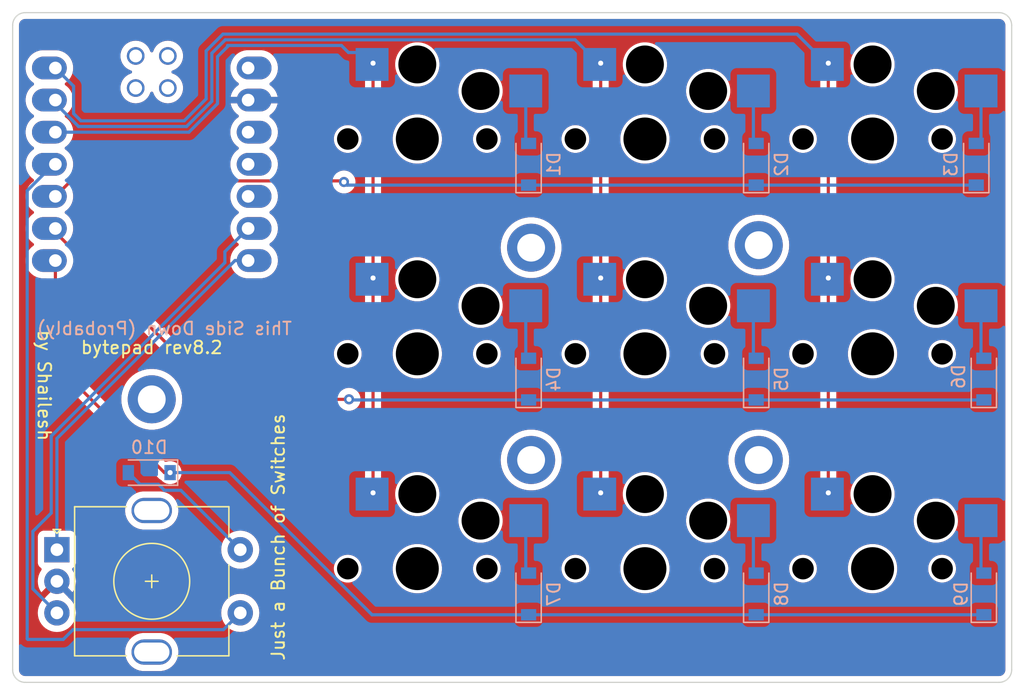
<source format=kicad_pcb>
(kicad_pcb (version 20240108) (generator "pcbnew") (generator_version "8.0")
  (title_block (title "bytepad") (date "2025-02-14") (rev "8.2") (company "hackpad?") (comment 1 "Shailesh"))
  (layers (0 "F.Cu" signal) (31 "B.Cu" signal) (34 "B.Paste" user) (35 "F.Paste" user) (36 "B.SilkS" user "B.Silkscreen") (37 "F.SilkS" user "F.Silkscreen") (38 "B.Mask" user) (39 "F.Mask" user) (44 "Edge.Cuts" user))
  (net 0 "")
  (net 1 "ROW1")
  (net 2 "Net-(D1-Pad2)")
  (net 3 "Net-(D2-Pad2)")
  (net 4 "Net-(D3-Pad2)")
  (net 5 "ROW2")
  (net 6 "Net-(D4-Pad2)")
  (net 7 "Net-(D5-Pad2)")
  (net 8 "Net-(D6-Pad2)")
  (net 9 "ROW3")
  (net 10 "Net-(D7-Pad2)")
  (net 11 "Net-(D8-Pad2)")
  (net 12 "Net-(D9-Pad2)")
  (net 13 "Net-(D10-Pad2)")
  (net 19 "ROT1A")
  (net 20 "ROT1B")
  (net 21 "GND")
  (net 22 "COL1")
  (net 23 "COL2")
  (net 24 "COL3")
  (net 25 "COL4")
  (footprint "kleeb-pg1350:pg1350-H" (layer "F.Cu") (at 80 66)
    (property "Reference" "SW4" (hide yes))
    (property "Value" "SW_Push")
    (pad "" np_thru_hole circle (at -5.5 0) (size 1.7 1.7) (drill 1.7) (layers "*.Mask"))
    (pad "" np_thru_hole circle (at 0 -5.9) (size 3 3) (drill 3) (layers "*.Mask"))
    (pad "" np_thru_hole circle (at 0 0) (size 3.4 3.4) (drill 3.4) (layers "*.Mask"))
    (pad "" np_thru_hole circle (at 5 -3.8) (size 3 3) (drill 3) (layers "*.Mask"))
    (pad "" np_thru_hole circle (at 5.5 0) (size 1.7 1.7) (drill 1.7) (layers "*.Mask"))
    (pad "1" smd rect (at -3.575 -5.9) (size 2.6 2.6) (layers "B.Cu" "B.Mask") (net 23 "COL2"))
    (pad "2" smd rect (at 8.575 -3.8) (size 2.6 2.6) (layers "B.Cu" "B.Mask") (net 6 "Net-(D4-Pad2)"))
  )
  (footprint "kleeb-pg1350:pg1350-H" (layer "F.Cu") (at 98 83)
    (property "Reference" "SW8" (hide yes))
    (property "Value" "SW_Push")
    (pad "" np_thru_hole circle (at -5.5 0) (size 1.7 1.7) (drill 1.7) (layers "*.Mask"))
    (pad "" np_thru_hole circle (at 0 -5.9) (size 3 3) (drill 3) (layers "*.Mask"))
    (pad "" np_thru_hole circle (at 0 0) (size 3.4 3.4) (drill 3.4) (layers "*.Mask"))
    (pad "" np_thru_hole circle (at 5 -3.8) (size 3 3) (drill 3) (layers "*.Mask"))
    (pad "" np_thru_hole circle (at 5.5 0) (size 1.7 1.7) (drill 1.7) (layers "*.Mask"))
    (pad "1" smd rect (at -3.575 -5.9) (size 2.6 2.6) (layers "B.Cu" "B.Mask") (net 24 "COL3"))
    (pad "2" smd rect (at 8.575 -3.8) (size 2.6 2.6) (layers "B.Cu" "B.Mask") (net 11 "Net-(D8-Pad2)"))
  )
  (footprint "kleeb-pg1350:pg1350-H" (layer "F.Cu") (at 116 66)
    (property "Reference" "SW6" (hide yes))
    (property "Value" "SW_Push")
    (pad "" np_thru_hole circle (at -5.5 0) (size 1.7 1.7) (drill 1.7) (layers "*.Mask"))
    (pad "" np_thru_hole circle (at 0 -5.9) (size 3 3) (drill 3) (layers "*.Mask"))
    (pad "" np_thru_hole circle (at 0 0) (size 3.4 3.4) (drill 3.4) (layers "*.Mask"))
    (pad "" np_thru_hole circle (at 5 -3.8) (size 3 3) (drill 3) (layers "*.Mask"))
    (pad "" np_thru_hole circle (at 5.5 0) (size 1.7 1.7) (drill 1.7) (layers "*.Mask"))
    (pad "1" smd rect (at -3.575 -5.9) (size 2.6 2.6) (layers "B.Cu" "B.Mask") (net 25 "COL4"))
    (pad "2" smd rect (at 8.575 -3.8) (size 2.6 2.6) (layers "B.Cu" "B.Mask") (net 8 "Net-(D6-Pad2)"))
  )
  (footprint "MountingHole:MountingHole_2.2mm_M2_DIN965_Pad" (layer "F.Cu") (at 107 74.4)
    (property "Reference" "H4" (hide yes))
    (property "Value" "MountingHole_Pad")
    (pad "1" thru_hole circle (at 0 0) (size 3.8 3.8) (drill 2.2) (layers "*.Cu" "*.Mask"))
  )
  (footprint "kleeb-pg1350:pg1350-H" (layer "F.Cu") (at 80 49)
    (property "Reference" "SW1" (hide yes))
    (property "Value" "SW_Push")
    (pad "" np_thru_hole circle (at -5.5 0) (size 1.7 1.7) (drill 1.7) (layers "*.Mask"))
    (pad "" np_thru_hole circle (at 0 -5.9) (size 3 3) (drill 3) (layers "*.Mask"))
    (pad "" np_thru_hole circle (at 0 0) (size 3.4 3.4) (drill 3.4) (layers "*.Mask"))
    (pad "" np_thru_hole circle (at 5 -3.8) (size 3 3) (drill 3) (layers "*.Mask"))
    (pad "" np_thru_hole circle (at 5.5 0) (size 1.7 1.7) (drill 1.7) (layers "*.Mask"))
    (pad "1" smd rect (at -3.575 -5.9) (size 2.6 2.6) (layers "B.Cu" "B.Mask") (net 23 "COL2"))
    (pad "2" smd rect (at 8.575 -3.8) (size 2.6 2.6) (layers "B.Cu" "B.Mask") (net 2 "Net-(D1-Pad2)"))
  )
  (footprint "kleeb-pg1350:pg1350-H" (layer "F.Cu") (at 80 83)
    (property "Reference" "SW7" (hide yes))
    (property "Value" "SW_Push")
    (pad "" np_thru_hole circle (at -5.5 0) (size 1.7 1.7) (drill 1.7) (layers "*.Mask"))
    (pad "" np_thru_hole circle (at 0 -5.9) (size 3 3) (drill 3) (layers "*.Mask"))
    (pad "" np_thru_hole circle (at 0 0) (size 3.4 3.4) (drill 3.4) (layers "*.Mask"))
    (pad "" np_thru_hole circle (at 5 -3.8) (size 3 3) (drill 3) (layers "*.Mask"))
    (pad "" np_thru_hole circle (at 5.5 0) (size 1.7 1.7) (drill 1.7) (layers "*.Mask"))
    (pad "1" smd rect (at -3.575 -5.9) (size 2.6 2.6) (layers "B.Cu" "B.Mask") (net 23 "COL2"))
    (pad "2" smd rect (at 8.575 -3.8) (size 2.6 2.6) (layers "B.Cu" "B.Mask") (net 10 "Net-(D7-Pad2)"))
  )
  (footprint "MountingHole:MountingHole_2.2mm_M2_DIN965_Pad" (layer "F.Cu") (at 89 57.6)
    (property "Reference" "H1" (hide yes))
    (property "Value" "MountingHole_Pad")
    (pad "1" thru_hole circle (at 0 0) (size 3.8 3.8) (drill 2.2) (layers "*.Cu" "*.Mask"))
  )
  (footprint "MountingHole:MountingHole_2.2mm_M2_DIN965_Pad" (layer "F.Cu") (at 59 69.6)
    (property "Reference" "H5" (hide yes))
    (property "Value" "01001101 01100001 01100011 01110010 01101111" (hide yes))
    (pad "1" thru_hole circle (at 0 0) (size 3.8 3.8) (drill 2.2) (layers "*.Cu" "*.Mask"))
  )
  (footprint "kleeb-mcu:xiao-tht" (layer "F.Cu") (at 59 51)
    (property "Reference" "U1" (hide yes))
    (property "Value" "xiao" (hide yes))
    (pad "1" thru_hole oval (at -7.62 -7.62) (size 2.75 1.8) (drill 1 (offset -0.475 0)) (layers "*.Cu" "*.Mask") (net 25 "COL4"))
    (pad "2" thru_hole oval (at -7.62 -5.08) (size 2.75 1.8) (drill 1 (offset -0.475 0)) (layers "*.Cu" "*.Mask") (net 24 "COL3"))
    (pad "3" thru_hole oval (at -7.62 -2.54) (size 2.75 1.8) (drill 1 (offset -0.475 0)) (layers "*.Cu" "*.Mask") (net 23 "COL2"))
    (pad "4" thru_hole oval (at -7.62 0) (size 2.75 1.8) (drill 1 (offset -0.475 0)) (layers "*.Cu" "*.Mask") (net 22 "COL1"))
    (pad "5" thru_hole oval (at -7.62 2.54) (size 2.75 1.8) (drill 1 (offset -0.475 0)) (layers "*.Cu" "*.Mask") (net 1 "ROW1"))
    (pad "6" thru_hole oval (at -7.62 5.08) (size 2.75 1.8) (drill 1 (offset -0.475 0)) (layers "*.Cu" "*.Mask") (net 5 "ROW2"))
    (pad "7" thru_hole oval (at -7.62 7.62) (size 2.75 1.8) (drill 1 (offset -0.475 0)) (layers "*.Cu" "*.Mask") (net 9 "ROW3"))
    (pad "8" thru_hole oval (at 7.62 7.62 180) (size 2.75 1.8) (drill 1 (offset -0.475 0)) (layers "*.Cu" "*.Mask") (net 19 "ROT1A"))
    (pad "9" thru_hole oval (at 7.62 5.08 180) (size 2.75 1.8) (drill 1 (offset -0.475 0)) (layers "*.Cu" "*.Mask") (net 20 "ROT1B"))
    (pad "10" thru_hole oval (at 7.62 2.54 180) (size 2.75 1.8) (drill 1 (offset -0.475 0)) (layers "*.Cu" "*.Mask"))
    (pad "11" thru_hole oval (at 7.62 0 180) (size 2.75 1.8) (drill 1 (offset -0.475 0)) (layers "*.Cu" "*.Mask"))
    (pad "12" thru_hole oval (at 7.62 -2.54 180) (size 2.75 1.8) (drill 1 (offset -0.475 0)) (layers "*.Cu" "*.Mask"))
    (pad "13" thru_hole oval (at 7.62 -5.08 180) (size 2.75 1.8) (drill 1 (offset -0.475 0)) (layers "*.Cu" "*.Mask") (net 21 "GND"))
    (pad "14" thru_hole oval (at 7.62 -7.62 180) (size 2.75 1.8) (drill 1 (offset -0.475 0)) (layers "*.Cu" "*.Mask"))
    (pad "15" thru_hole circle (at -1.27 -8.572 90) (size 1.397 1.397) (drill 1.016) (layers "*.Cu" "*.Mask"))
    (pad "16" thru_hole circle (at 1.27 -8.572 90) (size 1.397 1.397) (drill 1.016) (layers "*.Cu" "*.Mask"))
    (pad "17" thru_hole circle (at -1.27 -6.032 90) (size 1.397 1.397) (drill 1.016) (layers "*.Cu" "*.Mask"))
    (pad "18" thru_hole circle (at 1.27 -6.032 90) (size 1.397 1.397) (drill 1.016) (layers "*.Cu" "*.Mask"))
  )
  (footprint "MountingHole:MountingHole_2.2mm_M2_DIN965_Pad" (layer "F.Cu") (at 89 74.4)
    (property "Reference" "H3" (hide yes))
    (property "Value" "MountingHole_Pad")
    (pad "1" thru_hole circle (at 0 0) (size 3.8 3.8) (drill 2.2) (layers "*.Cu" "*.Mask"))
  )
  (footprint "kleeb-pg1350:pg1350-H" (layer "F.Cu") (at 98 66)
    (property "Reference" "SW5" (hide yes))
    (property "Value" "SW_Push")
    (pad "" np_thru_hole circle (at -5.5 0) (size 1.7 1.7) (drill 1.7) (layers "*.Mask"))
    (pad "" np_thru_hole circle (at 0 -5.9) (size 3 3) (drill 3) (layers "*.Mask"))
    (pad "" np_thru_hole circle (at 0 0) (size 3.4 3.4) (drill 3.4) (layers "*.Mask"))
    (pad "" np_thru_hole circle (at 5 -3.8) (size 3 3) (drill 3) (layers "*.Mask"))
    (pad "" np_thru_hole circle (at 5.5 0) (size 1.7 1.7) (drill 1.7) (layers "*.Mask"))
    (pad "1" smd rect (at -3.575 -5.9) (size 2.6 2.6) (layers "B.Cu" "B.Mask") (net 24 "COL3"))
    (pad "2" smd rect (at 8.575 -3.8) (size 2.6 2.6) (layers "B.Cu" "B.Mask") (net 7 "Net-(D5-Pad2)"))
  )
  (footprint "kleeb-pg1350:pg1350-H" (layer "F.Cu") (at 116 49)
    (property "Reference" "SW3" (hide yes))
    (property "Value" "SW_Push")
    (pad "" np_thru_hole circle (at -5.5 0) (size 1.7 1.7) (drill 1.7) (layers "*.Mask"))
    (pad "" np_thru_hole circle (at 0 -5.9) (size 3 3) (drill 3) (layers "*.Mask"))
    (pad "" np_thru_hole circle (at 0 0) (size 3.4 3.4) (drill 3.4) (layers "*.Mask"))
    (pad "" np_thru_hole circle (at 5 -3.8) (size 3 3) (drill 3) (layers "*.Mask"))
    (pad "" np_thru_hole circle (at 5.5 0) (size 1.7 1.7) (drill 1.7) (layers "*.Mask"))
    (pad "1" smd rect (at -3.575 -5.9) (size 2.6 2.6) (layers "B.Cu" "B.Mask") (net 25 "COL4"))
    (pad "2" smd rect (at 8.575 -3.8) (size 2.6 2.6) (layers "B.Cu" "B.Mask") (net 4 "Net-(D3-Pad2)"))
  )
  (footprint "MountingHole:MountingHole_2.2mm_M2_DIN965_Pad" (layer "F.Cu") (at 107 57.4)
    (property "Reference" "H2" (hide yes))
    (property "Value" "MountingHole_Pad")
    (pad "1" thru_hole circle (at 0 0) (size 3.8 3.8) (drill 2.2) (layers "*.Cu" "*.Mask"))
  )
  (footprint "keebio:RotaryEncoder_EC11" (layer "F.Cu") (at 59 84)
    (property "Reference" "ROT1")
    (property "Value" "RotaryEncoder_Switch")
    (fp_line (start -7.8 -4.1) (end -7.2 -4.1) (stroke (width 0.12)) (layer "F.SilkS"))
    (fp_line (start -7.5 -3.8) (end -7.8 -4.1) (stroke (width 0.12)) (layer "F.SilkS"))
    (fp_line (start -7.2 -4.1) (end -7.5 -3.8) (stroke (width 0.12)) (layer "F.SilkS"))
    (fp_line (start -6.1 -5.9) (end -6.1 5.9) (stroke (width 0.12)) (layer "F.SilkS"))
    (fp_line (start -2 -5.9) (end -6.1 -5.9) (stroke (width 0.12)) (layer "F.SilkS"))
    (fp_line (start -2 5.9) (end -6.1 5.9) (stroke (width 0.12)) (layer "F.SilkS"))
    (fp_line (start -0.5 0) (end 0.5 0) (stroke (width 0.12)) (layer "F.SilkS"))
    (fp_line (start 0 -0.5) (end 0 0.5) (stroke (width 0.12)) (layer "F.SilkS"))
    (fp_line (start 2 -5.9) (end 6.1 -5.9) (stroke (width 0.12)) (layer "F.SilkS"))
    (fp_line (start 6.1 -5.9) (end 6.1 -3.5) (stroke (width 0.12)) (layer "F.SilkS"))
    (fp_line (start 6.1 -1.3) (end 6.1 1.3) (stroke (width 0.12)) (layer "F.SilkS"))
    (fp_line (start 6.1 3.5) (end 6.1 5.9) (stroke (width 0.12)) (layer "F.SilkS"))
    (fp_line (start 6.1 5.9) (end 2 5.9) (stroke (width 0.12)) (layer "F.SilkS"))
    (fp_circle (center 0 0) (end 3 0) (stroke (width 0.12)) (fill none) (layer "F.SilkS"))
    (pad "" np_thru_hole oval (at 0 -5.6) (size 3.2 2) (drill oval 2.8 1.5) (layers "F&B.Cu" "*.Mask"))
    (pad "" np_thru_hole oval (at 0 5.6) (size 3.2 2) (drill oval 2.8 1.5) (layers "F&B.Cu" "*.Mask"))
    (pad "A" thru_hole rect (at -7.5 -2.5) (size 2 2) (drill 1) (layers "*.Cu" "*.Mask") (net 19 "ROT1A"))
    (pad "B" thru_hole circle (at -7.5 2.5) (size 2 2) (drill 1) (layers "*.Cu" "*.Mask") (net 20 "ROT1B"))
    (pad "C" thru_hole circle (at -7.5 0) (size 2 2) (drill 1) (layers "*.Cu" "*.Mask") (net 21 "GND"))
    (pad "S1" thru_hole circle (at 7 2.5) (size 2 2) (drill 1) (layers "*.Cu" "*.Mask") (net 22 "COL1"))
    (pad "S2" thru_hole circle (at 7 -2.5) (size 2 2) (drill 1) (layers "*.Cu" "*.Mask") (net 13 "Net-(D10-Pad2)"))
  )
  (footprint "kleeb-pg1350:pg1350-H" (layer "F.Cu") (at 116 83)
    (property "Reference" "SW9" (hide yes))
    (property "Value" "SW_Push")
    (pad "" np_thru_hole circle (at -5.5 0) (size 1.7 1.7) (drill 1.7) (layers "*.Mask"))
    (pad "" np_thru_hole circle (at 0 -5.9) (size 3 3) (drill 3) (layers "*.Mask"))
    (pad "" np_thru_hole circle (at 0 0) (size 3.4 3.4) (drill 3.4) (layers "*.Mask"))
    (pad "" np_thru_hole circle (at 5 -3.8) (size 3 3) (drill 3) (layers "*.Mask"))
    (pad "" np_thru_hole circle (at 5.5 0) (size 1.7 1.7) (drill 1.7) (layers "*.Mask"))
    (pad "1" smd rect (at -3.575 -5.9) (size 2.6 2.6) (layers "B.Cu" "B.Mask") (net 25 "COL4"))
    (pad "2" smd rect (at 8.575 -3.8) (size 2.6 2.6) (layers "B.Cu" "B.Mask") (net 12 "Net-(D9-Pad2)"))
  )
  (footprint "kleeb-pg1350:pg1350-H" (layer "F.Cu") (at 98 49)
    (property "Reference" "SW2" (hide yes))
    (property "Value" "SW_Push")
    (pad "" np_thru_hole circle (at -5.5 0) (size 1.7 1.7) (drill 1.7) (layers "*.Mask"))
    (pad "" np_thru_hole circle (at 0 -5.9) (size 3 3) (drill 3) (layers "*.Mask"))
    (pad "" np_thru_hole circle (at 0 0) (size 3.4 3.4) (drill 3.4) (layers "*.Mask"))
    (pad "" np_thru_hole circle (at 5 -3.8) (size 3 3) (drill 3) (layers "*.Mask"))
    (pad "" np_thru_hole circle (at 5.5 0) (size 1.7 1.7) (drill 1.7) (layers "*.Mask"))
    (pad "1" smd rect (at -3.575 -5.9) (size 2.6 2.6) (layers "B.Cu" "B.Mask") (net 24 "COL3"))
    (pad "2" smd rect (at 8.575 -3.8) (size 2.6 2.6) (layers "B.Cu" "B.Mask") (net 3 "Net-(D2-Pad2)"))
  )
  (footprint "Diode_SMD:D_SOD-123" (layer "B.Cu") (at 124.2 51 90)
    (property "Reference" "D3" (at 0 -2 90) (layer "B.SilkS") (effects (justify mirror)))
    (property "Value" "1N4148W")
    (fp_line (start -2.25 -1) (end 1.65 -1) (stroke (width 0.12)) (layer "B.SilkS"))
    (fp_line (start -2.25 1) (end -2.25 -1) (stroke (width 0.12)) (layer "B.SilkS"))
    (fp_line (start -2.25 1) (end 1.65 1) (stroke (width 0.12)) (layer "B.SilkS"))
    (pad "1" smd rect (at -1.65 0 90) (size 0.9 1.2) (layers "B.Cu" "B.Paste" "B.Mask") (net 1 "ROW1"))
    (pad "2" smd rect (at 1.65 0 90) (size 0.9 1.2) (layers "B.Cu" "B.Paste" "B.Mask") (net 4 "Net-(D3-Pad2)"))
  )
  (footprint "Diode_SMD:D_SOD-123" (layer "B.Cu") (at 106.8 51 90)
    (property "Reference" "D2" (at 0 2 90) (layer "B.SilkS") (effects (justify mirror)))
    (property "Value" "1N4148W")
    (fp_line (start -2.25 -1) (end 1.65 -1) (stroke (width 0.12)) (layer "B.SilkS"))
    (fp_line (start -2.25 1) (end -2.25 -1) (stroke (width 0.12)) (layer "B.SilkS"))
    (fp_line (start -2.25 1) (end 1.65 1) (stroke (width 0.12)) (layer "B.SilkS"))
    (pad "1" smd rect (at -1.65 0 90) (size 0.9 1.2) (layers "B.Cu" "B.Paste" "B.Mask") (net 1 "ROW1"))
    (pad "2" smd rect (at 1.65 0 90) (size 0.9 1.2) (layers "B.Cu" "B.Paste" "B.Mask") (net 3 "Net-(D2-Pad2)"))
  )
  (footprint "Diode_SMD:D_SOD-123" (layer "B.Cu") (at 124.8 85 90)
    (property "Reference" "D9" (at 0 -1.8 90) (layer "B.SilkS") (effects (justify mirror)))
    (property "Value" "1N4148W")
    (fp_line (start -2.25 -1) (end 1.65 -1) (stroke (width 0.12)) (layer "B.SilkS"))
    (fp_line (start -2.25 1) (end -2.25 -1) (stroke (width 0.12)) (layer "B.SilkS"))
    (fp_line (start -2.25 1) (end 1.65 1) (stroke (width 0.12)) (layer "B.SilkS"))
    (pad "1" smd rect (at -1.65 0 90) (size 0.9 1.2) (layers "B.Cu" "B.Paste" "B.Mask") (net 9 "ROW3"))
    (pad "2" smd rect (at 1.65 0 90) (size 0.9 1.2) (layers "B.Cu" "B.Paste" "B.Mask") (net 12 "Net-(D9-Pad2)"))
  )
  (footprint "Diode_SMD:D_SOD-123" (layer "B.Cu") (at 88.8 68 90)
    (property "Reference" "D4" (at 0 2 90) (layer "B.SilkS") (effects (justify mirror)))
    (property "Value" "1N4148W")
    (fp_line (start -2.25 -1) (end 1.65 -1) (stroke (width 0.12)) (layer "B.SilkS"))
    (fp_line (start -2.25 1) (end -2.25 -1) (stroke (width 0.12)) (layer "B.SilkS"))
    (fp_line (start -2.25 1) (end 1.65 1) (stroke (width 0.12)) (layer "B.SilkS"))
    (pad "1" smd rect (at -1.65 0 90) (size 0.9 1.2) (layers "B.Cu" "B.Paste" "B.Mask") (net 5 "ROW2"))
    (pad "2" smd rect (at 1.65 0 90) (size 0.9 1.2) (layers "B.Cu" "B.Paste" "B.Mask") (net 6 "Net-(D4-Pad2)"))
  )
  (footprint "Diode_SMD:D_SOD-123" (layer "B.Cu") (at 88.8 51 90)
    (property "Reference" "D1" (at 0 2 90) (layer "B.SilkS") (effects (justify mirror)))
    (property "Value" "1N4148W")
    (fp_line (start -2.25 -1) (end 1.65 -1) (stroke (width 0.12)) (layer "B.SilkS"))
    (fp_line (start -2.25 1) (end -2.25 -1) (stroke (width 0.12)) (layer "B.SilkS"))
    (fp_line (start -2.25 1) (end 1.65 1) (stroke (width 0.12)) (layer "B.SilkS"))
    (pad "1" smd rect (at -1.65 0 90) (size 0.9 1.2) (layers "B.Cu" "B.Paste" "B.Mask") (net 1 "ROW1"))
    (pad "2" smd rect (at 1.65 0 90) (size 0.9 1.2) (layers "B.Cu" "B.Paste" "B.Mask") (net 2 "Net-(D1-Pad2)"))
  )
  (footprint "Diode_SMD:D_SOD-123" (layer "B.Cu") (at 106.8 85 90)
    (property "Reference" "D8" (at 0 2 90) (layer "B.SilkS") (effects (justify mirror)))
    (property "Value" "1N4148W")
    (fp_line (start -2.25 -1) (end 1.65 -1) (stroke (width 0.12)) (layer "B.SilkS"))
    (fp_line (start -2.25 1) (end -2.25 -1) (stroke (width 0.12)) (layer "B.SilkS"))
    (fp_line (start -2.25 1) (end 1.65 1) (stroke (width 0.12)) (layer "B.SilkS"))
    (pad "1" smd rect (at -1.65 0 90) (size 0.9 1.2) (layers "B.Cu" "B.Paste" "B.Mask") (net 9 "ROW3"))
    (pad "2" smd rect (at 1.65 0 90) (size 0.9 1.2) (layers "B.Cu" "B.Paste" "B.Mask") (net 11 "Net-(D8-Pad2)"))
  )
  (footprint "Diode_SMD:D_SOD-123" (layer "B.Cu") (at 106.8 68 90)
    (property "Reference" "D5" (at 0 2 90) (layer "B.SilkS") (effects (justify mirror)))
    (property "Value" "1N4148W")
    (fp_line (start -2.25 -1) (end 1.65 -1) (stroke (width 0.12)) (layer "B.SilkS"))
    (fp_line (start -2.25 1) (end -2.25 -1) (stroke (width 0.12)) (layer "B.SilkS"))
    (fp_line (start -2.25 1) (end 1.65 1) (stroke (width 0.12)) (layer "B.SilkS"))
    (pad "1" smd rect (at -1.65 0 90) (size 0.9 1.2) (layers "B.Cu" "B.Paste" "B.Mask") (net 5 "ROW2"))
    (pad "2" smd rect (at 1.65 0 90) (size 0.9 1.2) (layers "B.Cu" "B.Paste" "B.Mask") (net 7 "Net-(D5-Pad2)"))
  )
  (footprint "Diode_SMD:D_SOD-123" (layer "B.Cu") (at 88.8 85 90)
    (property "Reference" "D7" (at 0 2 90) (layer "B.SilkS") (effects (justify mirror)))
    (property "Value" "1N4148W")
    (fp_line (start -2.25 -1) (end 1.65 -1) (stroke (width 0.12)) (layer "B.SilkS"))
    (fp_line (start -2.25 1) (end -2.25 -1) (stroke (width 0.12)) (layer "B.SilkS"))
    (fp_line (start -2.25 1) (end 1.65 1) (stroke (width 0.12)) (layer "B.SilkS"))
    (pad "1" smd rect (at -1.65 0 90) (size 0.9 1.2) (layers "B.Cu" "B.Paste" "B.Mask") (net 9 "ROW3"))
    (pad "2" smd rect (at 1.65 0 90) (size 0.9 1.2) (layers "B.Cu" "B.Paste" "B.Mask") (net 10 "Net-(D7-Pad2)"))
  )
  (footprint "Diode_SMD:D_SOD-123" (layer "B.Cu") (at 124.8 68 90)
    (property "Reference" "D6" (at 0.2 -2 90) (layer "B.SilkS") (effects (justify mirror)))
    (property "Value" "1N4148W")
    (fp_line (start -2.25 -1) (end 1.65 -1) (stroke (width 0.12)) (layer "B.SilkS"))
    (fp_line (start -2.25 1) (end -2.25 -1) (stroke (width 0.12)) (layer "B.SilkS"))
    (fp_line (start -2.25 1) (end 1.65 1) (stroke (width 0.12)) (layer "B.SilkS"))
    (pad "1" smd rect (at -1.65 0 90) (size 0.9 1.2) (layers "B.Cu" "B.Paste" "B.Mask") (net 5 "ROW2"))
    (pad "2" smd rect (at 1.65 0 90) (size 0.9 1.2) (layers "B.Cu" "B.Paste" "B.Mask") (net 8 "Net-(D6-Pad2)"))
  )
  (footprint "Diode_SMD:D_SOD-123" (layer "B.Cu") (at 58.8 75.4 180)
    (property "Reference" "D10" (at 0 2 0) (layer "B.SilkS") (effects (justify mirror)))
    (property "Value" "1N4148W")
    (fp_line (start -2.25 1) (end 1.65 1) (stroke (width 0.12)) (layer "B.SilkS"))
    (fp_line (start -2.25 1) (end -2.25 -1) (stroke (width 0.12)) (layer "B.SilkS"))
    (fp_line (start -2.25 -1) (end 1.65 -1) (stroke (width 0.12)) (layer "B.SilkS"))
    (pad "1" smd rect (at -1.65 0 180) (size 0.9 1.2) (layers "B.Cu" "B.Paste" "B.Mask") (net 9 "ROW3"))
    (pad "2" smd rect (at 1.65 0 180) (size 0.9 1.2) (layers "B.Cu" "B.Paste" "B.Mask") (net 13 "Net-(D10-Pad2)"))
  )
  (gr_line (start 49 92) (end 126 92) (stroke (width 0.1)) (layer "Edge.Cuts"))
  (gr_line (start 127 91) (end 127 40) (stroke (width 0.1)) (layer "Edge.Cuts"))
  (gr_arc (start 127 91) (mid 126.707107 91.707107) (end 126 92) (stroke (width 0.1)) (layer "Edge.Cuts"))
  (gr_line (start 48 40) (end 48 91) (stroke (width 0.1)) (layer "Edge.Cuts"))
  (gr_arc (start 48 40) (mid 48.292893 39.292893) (end 49 39) (stroke (width 0.1)) (layer "Edge.Cuts"))
  (gr_line (start 126 39) (end 49 39) (stroke (width 0.1)) (layer "Edge.Cuts"))
  (gr_arc (start 126 39) (mid 126.707107 39.292893) (end 127 40) (stroke (width 0.1)) (layer "Edge.Cuts"))
  (gr_arc (start 49 92) (mid 48.292893 91.707107) (end 48 91) (stroke (width 0.1)) (layer "Edge.Cuts"))
  (gr_text "This Side Down (Probably)" (at 60 64 0) (layer "B.SilkS") (effects (font (size 1 1)) (justify mirror)))
  (gr_text "Just a Bunch of Switches" (at 69 80.5 90) (layer "F.SilkS") (effects (font (size 1 1))))
  (gr_text "by Shailesh\n" (at 50.5 68.5 -90) (layer "F.SilkS") (effects (font (size 1 1))))
  (gr_text "bytepad rev8.2\n" (at 59 65.5 0) (layer "F.SilkS") (effects (font (size 1 1))))
  (segment (start 51.38 53.54) (end 52.60452 52.31548) (width 0.25) (layer "F.Cu") (net 1))
  (segment (start 52.60452 52.31548) (end 74.11548 52.31548) (width 0.25) (layer "F.Cu") (net 1))
  (segment (start 74.11548 52.31548) (end 74.2 52.4) (width 0.25) (layer "F.Cu") (net 1))
  (via (at 74.2 52.4) (size 0.8) (drill 0.4) (layers "F.Cu" "B.Cu") (net 1))
  (segment (start 88.8 52.65) (end 106.8 52.65) (width 0.25) (layer "B.Cu") (net 1))
  (segment (start 106.8 52.65) (end 124.2 52.65) (width 0.25) (layer "B.Cu") (net 1))
  (segment (start 74.45 52.65) (end 88.8 52.65) (width 0.25) (layer "B.Cu") (net 1))
  (segment (start 74.2 52.4) (end 74.45 52.65) (width 0.25) (layer "B.Cu") (net 1))
  (segment (start 88.575 45.2) (end 88.575 49.125) (width 0.25) (layer "B.Cu") (net 2))
  (segment (start 88.575 49.125) (end 88.8 49.35) (width 0.25) (layer "B.Cu") (net 2))
  (segment (start 106.575 45.2) (end 106.575 49.125) (width 0.25) (layer "B.Cu") (net 3))
  (segment (start 106.575 49.125) (end 106.8 49.35) (width 0.25) (layer "B.Cu") (net 3))
  (segment (start 124.575 48.975) (end 124.2 49.35) (width 0.25) (layer "B.Cu") (net 4))
  (segment (start 124.575 45.2) (end 124.575 48.975) (width 0.25) (layer "B.Cu") (net 4))
  (segment (start 51.38 56.38) (end 64.6 69.6) (width 0.25) (layer "F.Cu") (net 5))
  (segment (start 51.38 56.08) (end 51.38 56.38) (width 0.25) (layer "F.Cu") (net 5))
  (segment (start 64.6 69.6) (end 74.6 69.6) (width 0.25) (layer "F.Cu") (net 5))
  (via (at 74.6 69.6) (size 0.8) (drill 0.4) (layers "F.Cu" "B.Cu") (net 5))
  (segment (start 74.6 69.6) (end 74.65 69.65) (width 0.25) (layer "B.Cu") (net 5))
  (segment (start 74.65 69.65) (end 88.8 69.65) (width 0.25) (layer "B.Cu") (net 5))
  (segment (start 88.8 69.65) (end 106.8 69.65) (width 0.25) (layer "B.Cu") (net 5))
  (segment (start 106.8 69.65) (end 124.8 69.65) (width 0.25) (layer "B.Cu") (net 5))
  (segment (start 88.575 66.125) (end 88.8 66.35) (width 0.25) (layer "B.Cu") (net 6))
  (segment (start 88.575 62.2) (end 88.575 66.125) (width 0.25) (layer "B.Cu") (net 6))
  (segment (start 106.575 62.2) (end 106.575 66.125) (width 0.25) (layer "B.Cu") (net 7))
  (segment (start 106.575 66.125) (end 106.8 66.35) (width 0.25) (layer "B.Cu") (net 7))
  (segment (start 124.575 62.2) (end 124.575 66.125) (width 0.25) (layer "B.Cu") (net 8))
  (segment (start 124.575 66.125) (end 124.8 66.35) (width 0.25) (layer "B.Cu") (net 8))
  (segment (start 51.38 66.78) (end 60 75.4) (width 0.25) (layer "F.Cu") (net 9))
  (segment (start 60 75.4) (end 60.45 75.4) (width 0.25) (layer "F.Cu") (net 9))
  (segment (start 51.38 58.62) (end 51.38 66.78) (width 0.25) (layer "F.Cu") (net 9))
  (via (at 60.45 75.4) (size 0.8) (drill 0.4) (layers "F.Cu" "B.Cu") (net 9))
  (segment (start 76.418265 86.65) (end 65.168265 75.4) (width 0.25) (layer "B.Cu") (net 9))
  (segment (start 88.8 86.65) (end 76.418265 86.65) (width 0.25) (layer "B.Cu") (net 9))
  (segment (start 88.8 86.65) (end 106.8 86.65) (width 0.25) (layer "B.Cu") (net 9))
  (segment (start 65.168265 75.4) (end 60.45 75.4) (width 0.25) (layer "B.Cu") (net 9))
  (segment (start 106.8 86.65) (end 124.8 86.65) (width 0.25) (layer "B.Cu") (net 9))
  (segment (start 88.575 79.2) (end 88.575 83.125) (width 0.25) (layer "B.Cu") (net 10))
  (segment (start 88.575 83.125) (end 88.8 83.35) (width 0.25) (layer "B.Cu") (net 10))
  (segment (start 106.575 79.2) (end 106.575 83.125) (width 0.25) (layer "B.Cu") (net 11))
  (segment (start 106.575 83.125) (end 106.8 83.35) (width 0.25) (layer "B.Cu") (net 11))
  (segment (start 124.575 83.125) (end 124.8 83.35) (width 0.25) (layer "B.Cu") (net 12))
  (segment (start 124.575 79.2) (end 124.575 83.125) (width 0.25) (layer "B.Cu") (net 12))
  (segment (start 58.074511 76.324511) (end 59.524511 76.324511) (width 0.25) (layer "B.Cu") (net 13))
  (segment (start 61.3 76.8) (end 66 81.5) (width 0.25) (layer "B.Cu") (net 13))
  (segment (start 60 76.8) (end 61.3 76.8) (width 0.25) (layer "B.Cu") (net 13))
  (segment (start 59.524511 76.324511) (end 60 76.8) (width 0.25) (layer "B.Cu") (net 13))
  (segment (start 57.15 75.4) (end 58.074511 76.324511) (width 0.25) (layer "B.Cu") (net 13))
  (segment (start 65.58 58.62) (end 51.5 72.7) (width 0.25) (layer "B.Cu") (net 19))
  (segment (start 66.62 58.62) (end 65.58 58.62) (width 0.25) (layer "B.Cu") (net 19))
  (segment (start 51.5 72.7) (end 51.5 81.5) (width 0.25) (layer "B.Cu") (net 19))
  (segment (start 64.782141 58.782141) (end 64.782141 57.917859) (width 0.25) (layer "B.Cu") (net 20))
  (segment (start 51.05048 78.6) (end 51.05048 72.513803) (width 0.25) (layer "B.Cu") (net 20))
  (segment (start 51.05048 72.513803) (end 51.782141 71.782141) (width 0.25) (layer "B.Cu") (net 20))
  (segment (start 64.782141 57.917859) (end 66.62 56.08) (width 0.25) (layer "B.Cu") (net 20))
  (segment (start 49.6 84.6) (end 49.6 80.05048) (width 0.25) (layer "B.Cu") (net 20))
  (segment (start 49.6 80.05048) (end 51.05048 78.6) (width 0.25) (layer "B.Cu") (net 20))
  (segment (start 51.782141 71.782141) (end 64.782141 58.782141) (width 0.25) (layer "B.Cu") (net 20))
  (segment (start 51.5 86.5) (end 49.6 84.6) (width 0.25) (layer "B.Cu") (net 20))
  (segment (start 52 88.6) (end 49.2 88.6) (width 0.25) (layer "B.Cu") (net 22))
  (segment (start 49.2 88.6) (end 49.15048 88.55048) (width 0.25) (layer "B.Cu") (net 22))
  (segment (start 52.775489 87.824511) (end 52 88.6) (width 0.25) (layer "B.Cu") (net 22))
  (segment (start 51.238268 51) (end 51.38 51) (width 0.25) (layer "B.Cu") (net 22))
  (segment (start 64.675489 87.824511) (end 52.775489 87.824511) (width 0.25) (layer "B.Cu") (net 22))
  (segment (start 66 86.5) (end 64.675489 87.824511) (width 0.25) (layer "B.Cu") (net 22))
  (segment (start 49.15048 53.087788) (end 51.238268 51) (width 0.25) (layer "B.Cu") (net 22))
  (segment (start 49.15048 88.55048) (end 49.15048 53.087788) (width 0.25) (layer "B.Cu") (net 22))
  (segment (start 76.5 60) (end 76.5 77) (width 0.25) (layer "F.Cu") (net 23))
  (segment (start 76.5 43) (end 76.5 60) (width 0.25) (layer "F.Cu") (net 23))
  (via (at 76.5 43) (size 0.8) (drill 0.4) (layers "F.Cu" "B.Cu") (net 23))
  (via (at 76.5 77) (size 0.8) (drill 0.4) (layers "F.Cu" "B.Cu") (net 23))
  (via (at 76.5 60) (size 0.8) (drill 0.4) (layers "F.Cu" "B.Cu") (net 23))
  (segment (start 64.2 42.484757) (end 64.2 46.2) (width 0.25) (layer "B.Cu") (net 23))
  (segment (start 65 41.6) (end 65 41.684757) (width 0.25) (layer "B.Cu") (net 23))
  (segment (start 65 41.684757) (end 64.2 42.484757) (width 0.25) (layer "B.Cu") (net 23))
  (segment (start 75.48048 42.15548) (end 74.55548 42.15548) (width 0.25) (layer "B.Cu") (net 23))
  (segment (start 61.94 48.46) (end 51.38 48.46) (width 0.25) (layer "B.Cu") (net 23))
  (segment (start 74 41.6) (end 65 41.6) (width 0.25) (layer "B.Cu") (net 23))
  (segment (start 74.55548 42.15548) (end 74 41.6) (width 0.25) (layer "B.Cu") (net 23))
  (segment (start 76.425 43.1) (end 75.48048 42.15548) (width 0.25) (layer "B.Cu") (net 23))
  (segment (start 64.2 46.2) (end 61.94 48.46) (width 0.25) (layer "B.Cu") (net 23))
  (segment (start 94.5 43) (end 94.5 60) (width 0.25) (layer "F.Cu") (net 24))
  (segment (start 94.5 60) (end 94.5 77) (width 0.25) (layer "F.Cu") (net 24))
  (via (at 94.5 43) (size 0.8) (drill 0.4) (layers "F.Cu" "B.Cu") (net 24))
  (via (at 94.5 77) (size 0.8) (drill 0.4) (layers "F.Cu" "B.Cu") (net 24))
  (via (at 94.5 60) (size 0.8) (drill 0.4) (layers "F.Cu" "B.Cu") (net 24))
  (segment (start 53.21048 48.01048) (end 61.753802 48.01048) (width 0.25) (layer "B.Cu") (net 24))
  (segment (start 63.75048 46.013802) (end 63.75048 42.213803) (width 0.25) (layer "B.Cu") (net 24))
  (segment (start 61.753802 48.01048) (end 63.75048 46.013802) (width 0.25) (layer "B.Cu") (net 24))
  (segment (start 51.38 46.18) (end 53.21048 48.01048) (width 0.25) (layer "B.Cu") (net 24))
  (segment (start 51.38 45.92) (end 51.38 46.18) (width 0.25) (layer "B.Cu") (net 24))
  (segment (start 63.75048 42.213803) (end 64.813803 41.15048) (width 0.25) (layer "B.Cu") (net 24))
  (segment (start 64.813803 41.15048) (end 92.47548 41.15048) (width 0.25) (layer "B.Cu") (net 24))
  (segment (start 92.47548 41.15048) (end 94.425 43.1) (width 0.25) (layer "B.Cu") (net 24))
  (segment (start 112.5 60) (end 112.5 77) (width 0.25) (layer "F.Cu") (net 25))
  (segment (start 112.5 43) (end 112.5 60) (width 0.25) (layer "F.Cu") (net 25))
  (via (at 112.5 77) (size 0.8) (drill 0.4) (layers "F.Cu" "B.Cu") (net 25))
  (via (at 112.5 43) (size 0.8) (drill 0.4) (layers "F.Cu" "B.Cu") (net 25))
  (via (at 112.5 60) (size 0.8) (drill 0.4) (layers "F.Cu" "B.Cu") (net 25))
  (segment (start 110.02596 40.70096) (end 112.425 43.1) (width 0.25) (layer "B.Cu") (net 25))
  (segment (start 51.38 43.38) (end 52.817859 44.817859) (width 0.25) (layer "B.Cu") (net 25))
  (segment (start 52.817859 44.817859) (end 52.817859 46.982141) (width 0.25) (layer "B.Cu") (net 25))
  (segment (start 64.627606 40.70096) (end 110.02596 40.70096) (width 0.25) (layer "B.Cu") (net 25))
  (segment (start 53.396678 47.56096) (end 61.567604 47.56096) (width 0.25) (layer "B.Cu") (net 25))
  (segment (start 63.30096 42.027606) (end 64.627606 40.70096) (width 0.25) (layer "B.Cu") (net 25))
  (segment (start 61.567604 47.56096) (end 63.30096 45.827604) (width 0.25) (layer "B.Cu") (net 25))
  (segment (start 63.30096 45.827604) (end 63.30096 42.027606) (width 0.25) (layer "B.Cu") (net 25))
  (segment (start 52.817859 46.982141) (end 53.396678 47.56096) (width 0.25) (layer "B.Cu") (net 25))
  (zone (net 21) (net_name "GND") (layers "F&B.Cu") (connect_pads (clearance 0.508)) (min_thickness 0.254) (fill yes (thermal_gap 0.508) (thermal_bridge_width 0.508))
    (polygon (pts (xy 128 93) (xy 47 93) (xy 47 38) (xy 128 38)))
  )
)
</source>
